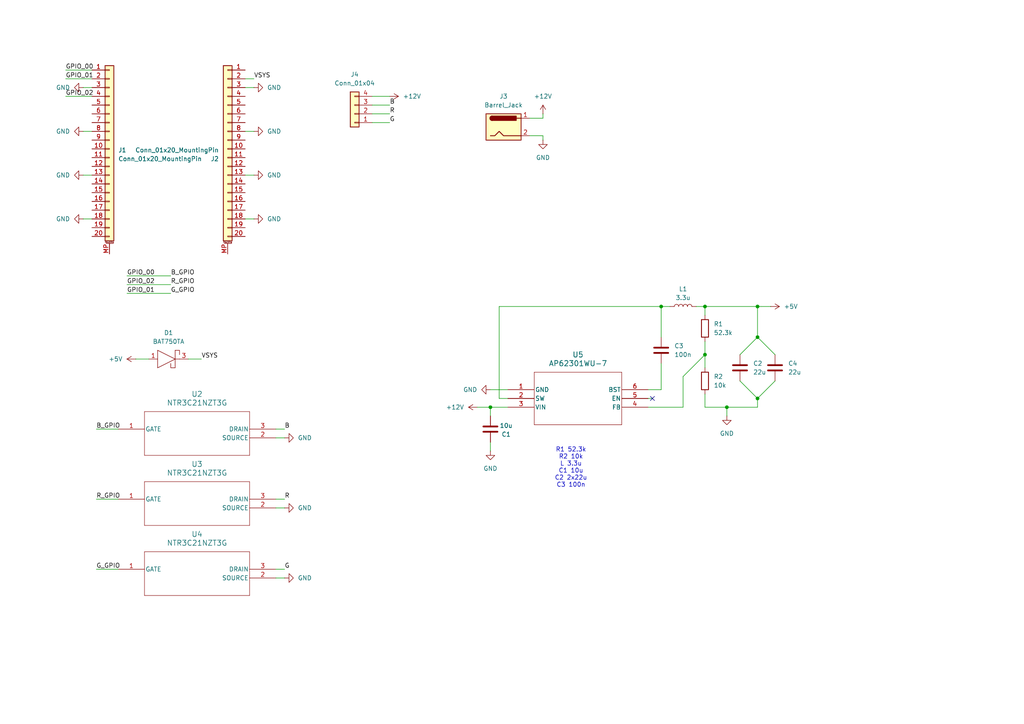
<source format=kicad_sch>
(kicad_sch (version 20250114) (generator "eeschema") (generator_version "9.0")
  (paper "A4")
  (lib_symbols
    (symbol "AP62301WU-7:AP62301WU-7" (pin_names (offset 0.254))
      (property "Reference" "U" (at 20.32 10.16 0))
      (property "Value" "AP62301WU-7" (at 20.32 7.62 0))
      (symbol "AP62301WU-7_0_1"
        (polyline (pts (xy 7.62 5.08) (xy 7.62 -10.16)) (stroke (width 0.127)))
        (polyline (pts (xy 7.62 -10.16) (xy 33.02 -10.16)) (stroke (width 0.127)))
        (polyline (pts (xy 33.02 5.08) (xy 7.62 5.08)) (stroke (width 0.127)))
        (polyline (pts (xy 33.02 -10.16) (xy 33.02 5.08)) (stroke (width 0.127)))
        (pin power_out line (at 0 0 0) (length 7.62) (name "GND") (number "1"))
        (pin output line (at 0 -2.54 0) (length 7.62) (name "SW") (number "2"))
        (pin power_in line (at 0 -5.08 0) (length 7.62) (name "VIN") (number "3"))
        (pin power_in line (at 40.64 0 180) (length 7.62) (name "BST") (number "6"))
        (pin input line (at 40.64 -2.54 180) (length 7.62) (name "EN") (number "5"))
        (pin input line (at 40.64 -5.08 180) (length 7.62) (name "FB") (number "4"))
      )
    )
    (symbol "BAT750TA:BAT750TA"
      (property "Reference" "D" (at 2.794 1.524 0))
      (property "Value" "BAT750TA" (at 2.794 -0.254 0))
      (symbol "BAT750TA_0_1"
        (polyline (pts (xy 0 -1.27) (xy 5.08 -3.81) (xy 0 -6.35)))
        (rectangle (start 0 -1.27) (end 0 -6.35))
        (polyline (pts (xy 5.08 -1.27) (xy 5.08 -6.35)))
        (polyline (pts (xy 5.08 -1.27) (xy 6.35 -1.27) (xy 6.35 -2.54)))
        (polyline (pts (xy 5.08 -6.35) (xy 3.81 -6.35) (xy 3.81 -5.08)))
        (polyline (pts (xy 6.35 -3.81) (xy 5.08 -3.81)))
      )
      (symbol "BAT750TA_1_1"
        (pin input line (at -2.54 -3.81 0) (length 2.54) (name "") (number "1"))
        (pin output line (at 8.89 -3.81 180) (length 2.54) (name "") (number "3"))
      )
    )
    (symbol "Connector:Barrel_Jack" (pin_names (offset 1.016))
      (property "Reference" "J" (at 0 5.334 0))
      (property "Value" "Barrel_Jack" (at 0 -5.08 0))
      (symbol "Barrel_Jack_0_1"
        (rectangle (start -5.08 3.81) (end 5.08 -3.81) (stroke (width 0.254)) (fill (type background)))
        (polyline (pts (xy -3.81 -2.54) (xy -2.54 -2.54) (xy -1.27 -1.27) (xy 0 -2.54) (xy 2.54 -2.54) (xy 5.08 -2.54)) (stroke (width 0.254)))
        (arc (start -3.302 1.905) (mid -3.9343 2.54) (end -3.302 3.175) (stroke (width 0.254)))
        (arc (start -3.302 1.905) (mid -3.9343 2.54) (end -3.302 3.175) (stroke (width 0.254)) (fill (type outline)))
        (rectangle (start 3.683 3.175) (end -3.302 1.905) (stroke (width 0.254)) (fill (type outline)))
        (polyline (pts (xy 5.08 2.54) (xy 3.81 2.54)) (stroke (width 0.254)))
      )
      (symbol "Barrel_Jack_1_1"
        (pin passive line (at 7.62 2.54 180) (length 2.54) (name "~") (number "1"))
        (pin passive line (at 7.62 -2.54 180) (length 2.54) (name "~") (number "2"))
      )
    )
    (symbol "Connector_Generic:Conn_01x04" (pin_names (offset 1.016) (hide yes))
      (property "Reference" "J" (at 0 5.08 0))
      (property "Value" "Conn_01x04" (at 0 -7.62 0))
      (symbol "Conn_01x04_1_1"
        (rectangle (start -1.27 3.81) (end 1.27 -6.35) (stroke (width 0.254)) (fill (type background)))
        (rectangle (start -1.27 2.667) (end 0 2.413) (stroke (width 0.1524)))
        (rectangle (start -1.27 0.127) (end 0 -0.127) (stroke (width 0.1524)))
        (rectangle (start -1.27 -2.413) (end 0 -2.667) (stroke (width 0.1524)))
        (rectangle (start -1.27 -4.953) (end 0 -5.207) (stroke (width 0.1524)))
        (pin passive line (at -5.08 2.54 0) (length 3.81) (name "Pin_1") (number "1"))
        (pin passive line (at -5.08 0 0) (length 3.81) (name "Pin_2") (number "2"))
        (pin passive line (at -5.08 -2.54 0) (length 3.81) (name "Pin_3") (number "3"))
        (pin passive line (at -5.08 -5.08 0) (length 3.81) (name "Pin_4") (number "4"))
      )
    )
    (symbol "Connector_Generic_MountingPin:Conn_01x20_MountingPin" (pin_names (offset 1.016) (hide yes))
      (property "Reference" "J" (at 0 25.4 0))
      (property "Value" "Conn_01x20_MountingPin" (at 1.27 -27.94 0))
      (symbol "Conn_01x20_MountingPin_1_1"
        (rectangle (start -1.27 24.13) (end 1.27 -26.67) (stroke (width 0.254)) (fill (type background)))
        (rectangle (start -1.27 22.987) (end 0 22.733) (stroke (width 0.1524)))
        (rectangle (start -1.27 20.447) (end 0 20.193) (stroke (width 0.1524)))
        (rectangle (start -1.27 17.907) (end 0 17.653) (stroke (width 0.1524)))
        (rectangle (start -1.27 15.367) (end 0 15.113) (stroke (width 0.1524)))
        (rectangle (start -1.27 12.827) (end 0 12.573) (stroke (width 0.1524)))
        (rectangle (start -1.27 10.287) (end 0 10.033) (stroke (width 0.1524)))
        (rectangle (start -1.27 7.747) (end 0 7.493) (stroke (width 0.1524)))
        (rectangle (start -1.27 5.207) (end 0 4.953) (stroke (width 0.1524)))
        (rectangle (start -1.27 2.667) (end 0 2.413) (stroke (width 0.1524)))
        (rectangle (start -1.27 0.127) (end 0 -0.127) (stroke (width 0.1524)))
        (rectangle (start -1.27 -2.413) (end 0 -2.667) (stroke (width 0.1524)))
        (rectangle (start -1.27 -4.953) (end 0 -5.207) (stroke (width 0.1524)))
        (rectangle (start -1.27 -7.493) (end 0 -7.747) (stroke (width 0.1524)))
        (rectangle (start -1.27 -10.033) (end 0 -10.287) (stroke (width 0.1524)))
        (rectangle (start -1.27 -12.573) (end 0 -12.827) (stroke (width 0.1524)))
        (rectangle (start -1.27 -15.113) (end 0 -15.367) (stroke (width 0.1524)))
        (rectangle (start -1.27 -17.653) (end 0 -17.907) (stroke (width 0.1524)))
        (rectangle (start -1.27 -20.193) (end 0 -20.447) (stroke (width 0.1524)))
        (rectangle (start -1.27 -22.733) (end 0 -22.987) (stroke (width 0.1524)))
        (rectangle (start -1.27 -25.273) (end 0 -25.527) (stroke (width 0.1524)))
        (polyline (pts (xy -1.016 -27.432) (xy 1.016 -27.432)) (stroke (width 0.1524)))
        (text "Mounting" (at 0 -27.051 0) (effects (font (size 0.381 0.381))))
        (pin passive line (at -5.08 22.86 0) (length 3.81) (name "Pin_1") (number "1"))
        (pin passive line (at -5.08 20.32 0) (length 3.81) (name "Pin_2") (number "2"))
        (pin passive line (at -5.08 17.78 0) (length 3.81) (name "Pin_3") (number "3"))
        (pin passive line (at -5.08 15.24 0) (length 3.81) (name "Pin_4") (number "4"))
        (pin passive line (at -5.08 12.7 0) (length 3.81) (name "Pin_5") (number "5"))
        (pin passive line (at -5.08 10.16 0) (length 3.81) (name "Pin_6") (number "6"))
        (pin passive line (at -5.08 7.62 0) (length 3.81) (name "Pin_7") (number "7"))
        (pin passive line (at -5.08 5.08 0) (length 3.81) (name "Pin_8") (number "8"))
        (pin passive line (at -5.08 2.54 0) (length 3.81) (name "Pin_9") (number "9"))
        (pin passive line (at -5.08 0 0) (length 3.81) (name "Pin_10") (number "10"))
        (pin passive line (at -5.08 -2.54 0) (length 3.81) (name "Pin_11") (number "11"))
        (pin passive line (at -5.08 -5.08 0) (length 3.81) (name "Pin_12") (number "12"))
        (pin passive line (at -5.08 -7.62 0) (length 3.81) (name "Pin_13") (number "13"))
        (pin passive line (at -5.08 -10.16 0) (length 3.81) (name "Pin_14") (number "14"))
        (pin passive line (at -5.08 -12.7 0) (length 3.81) (name "Pin_15") (number "15"))
        (pin passive line (at -5.08 -15.24 0) (length 3.81) (name "Pin_16") (number "16"))
        (pin passive line (at -5.08 -17.78 0) (length 3.81) (name "Pin_17") (number "17"))
        (pin passive line (at -5.08 -20.32 0) (length 3.81) (name "Pin_18") (number "18"))
        (pin passive line (at -5.08 -22.86 0) (length 3.81) (name "Pin_19") (number "19"))
        (pin passive line (at -5.08 -25.4 0) (length 3.81) (name "Pin_20") (number "20"))
        (pin passive line (at 0 -30.48 90) (length 3.048) (name "MountPin") (number "MP"))
      )
    )
    (symbol "Device:C" (pin_numbers (hide yes)) (pin_names (offset 0.254))
      (property "Reference" "C" (at 0.635 2.54 0))
      (property "Value" "C" (at 0.635 -2.54 0))
      (symbol "C_0_1"
        (polyline (pts (xy -2.032 0.762) (xy 2.032 0.762)) (stroke (width 0.508)))
        (polyline (pts (xy -2.032 -0.762) (xy 2.032 -0.762)) (stroke (width 0.508)))
      )
      (symbol "C_1_1"
        (pin passive line (at 0 3.81 270) (length 2.794) (name "~") (number "1"))
        (pin passive line (at 0 -3.81 90) (length 2.794) (name "~") (number "2"))
      )
    )
    (symbol "Device:L" (pin_numbers (hide yes)) (pin_names (offset 1.016) (hide yes))
      (property "Reference" "L" (at -1.27 0 90))
      (property "Value" "L" (at 1.905 0 90))
      (symbol "L_0_1"
        (arc (start 0 2.54) (mid 0.6323 1.905) (end 0 1.27))
        (arc (start 0 1.27) (mid 0.6323 0.635) (end 0 0))
        (arc (start 0 0) (mid 0.6323 -0.635) (end 0 -1.27))
        (arc (start 0 -1.27) (mid 0.6323 -1.905) (end 0 -2.54))
      )
      (symbol "L_1_1"
        (pin passive line (at 0 3.81 270) (length 1.27) (name "1") (number "1"))
        (pin passive line (at 0 -3.81 90) (length 1.27) (name "2") (number "2"))
      )
    )
    (symbol "Device:R" (pin_numbers (hide yes)) (pin_names (offset 0))
      (property "Reference" "R" (at 2.032 0 90))
      (property "Value" "R" (at 0 0 90))
      (symbol "R_0_1"
        (rectangle (start -1.016 -2.54) (end 1.016 2.54) (stroke (width 0.254)))
      )
      (symbol "R_1_1"
        (pin passive line (at 0 3.81 270) (length 1.27) (name "~") (number "1"))
        (pin passive line (at 0 -3.81 90) (length 1.27) (name "~") (number "2"))
      )
    )
    (symbol "NTR3C21NZT3G:NTR3C21NZT3G" (pin_names (offset 0.254))
      (property "Reference" "U" (at 22.86 10.16 0))
      (property "Value" "NTR3C21NZT3G" (at 22.86 7.62 0))
      (symbol "NTR3C21NZT3G_0_1"
        (polyline (pts (xy 7.62 5.08) (xy 7.62 -7.62)) (stroke (width 0.127)))
        (polyline (pts (xy 7.62 -7.62) (xy 38.1 -7.62)) (stroke (width 0.127)))
        (polyline (pts (xy 38.1 5.08) (xy 7.62 5.08)) (stroke (width 0.127)))
        (polyline (pts (xy 38.1 -7.62) (xy 38.1 5.08)) (stroke (width 0.127)))
        (pin unspecified line (at 0 0 0) (length 7.62) (name "GATE") (number "1"))
        (pin unspecified line (at 45.72 0 180) (length 7.62) (name "DRAIN") (number "3"))
        (pin unspecified line (at 45.72 -2.54 180) (length 7.62) (name "SOURCE") (number "2"))
      )
    )
    (symbol "power:+12V" (power) (pin_numbers (hide yes)) (pin_names (offset 0) (hide yes))
      (property "Value" "+12V" (at 0 3.556 0))
      (symbol "+12V_0_1"
        (polyline (pts (xy -0.762 1.27) (xy 0 2.54)))
        (polyline (pts (xy 0 2.54) (xy 0.762 1.27)))
        (polyline (pts (xy 0 0) (xy 0 2.54)))
      )
      (symbol "+12V_1_1"
        (pin power_in line (at 0 0 90) (length 0) (name "~") (number "1"))
      )
    )
    (symbol "power:+5V" (power) (pin_numbers (hide yes)) (pin_names (offset 0) (hide yes))
      (property "Value" "+5V" (at 0 3.556 0))
      (symbol "+5V_0_1"
        (polyline (pts (xy -0.762 1.27) (xy 0 2.54)))
        (polyline (pts (xy 0 2.54) (xy 0.762 1.27)))
        (polyline (pts (xy 0 0) (xy 0 2.54)))
      )
      (symbol "+5V_1_1"
        (pin power_in line (at 0 0 90) (length 0) (name "~") (number "1"))
      )
    )
    (symbol "power:GND" (power) (pin_numbers (hide yes)) (pin_names (offset 0) (hide yes))
      (property "Value" "GND" (at 0 -3.81 0))
      (symbol "GND_0_1"
        (polyline (pts (xy 0 0) (xy 0 -1.27) (xy 1.27 -1.27) (xy 0 -2.54) (xy -1.27 -1.27) (xy 0 -1.27)))
      )
      (symbol "GND_1_1"
        (pin power_in line (at 0 0 270) (length 0) (name "~") (number "1"))
      )
    )
  )
  (text "R1 52.3k\nR2 10k\nL 3.3u\nC1 10u\nC2 2x22u\nC3 100n" (at 165.608 135.636 0) (effects (font (size 1.27 1.27))))
  (junction (at 142.24 118.11))
  (junction (at 219.71 97.79))
  (junction (at 191.77 88.9))
  (junction (at 219.71 88.9))
  (junction (at 204.47 102.87))
  (junction (at 210.82 118.11))
  (junction (at 219.71 115.57))
  (junction (at 204.47 88.9))
  (no_connect (at 189.23 115.57))
  (wire (pts (xy 80.01 147.32) (xy 82.55 147.32)))
  (wire (pts (xy 107.95 27.94) (xy 113.03 27.94)))
  (wire (pts (xy 219.71 115.57) (xy 224.79 110.49)))
  (wire (pts (xy 36.83 82.55) (xy 49.53 82.55)))
  (wire (pts (xy 219.71 97.79) (xy 224.79 102.87)))
  (wire (pts (xy 187.96 118.11) (xy 198.12 118.11)))
  (wire (pts (xy 107.95 33.02) (xy 113.03 33.02)))
  (wire (pts (xy 204.47 118.11) (xy 210.82 118.11)))
  (wire (pts (xy 80.01 144.78) (xy 82.55 144.78)))
  (wire (pts (xy 107.95 30.48) (xy 113.03 30.48)))
  (wire (pts (xy 24.13 38.1) (xy 26.67 38.1)))
  (wire (pts (xy 142.24 118.11) (xy 147.32 118.11)))
  (wire (pts (xy 204.47 88.9) (xy 204.47 91.44)))
  (wire (pts (xy 54.61 104.14) (xy 58.42 104.14)))
  (wire (pts (xy 142.24 113.03) (xy 147.32 113.03)))
  (wire (pts (xy 144.78 115.57) (xy 147.32 115.57)))
  (wire (pts (xy 191.77 105.41) (xy 191.77 113.03)))
  (wire (pts (xy 198.12 118.11) (xy 198.12 109.22)))
  (wire (pts (xy 153.67 39.37) (xy 157.48 39.37)))
  (wire (pts (xy 24.13 25.4) (xy 26.67 25.4)))
  (wire (pts (xy 144.78 88.9) (xy 191.77 88.9)))
  (wire (pts (xy 24.13 63.5) (xy 26.67 63.5)))
  (wire (pts (xy 204.47 88.9) (xy 219.71 88.9)))
  (wire (pts (xy 107.95 35.56) (xy 113.03 35.56)))
  (wire (pts (xy 210.82 118.11) (xy 219.71 118.11)))
  (wire (pts (xy 71.12 63.5) (xy 73.66 63.5)))
  (wire (pts (xy 19.05 20.32) (xy 26.67 20.32)))
  (wire (pts (xy 71.12 38.1) (xy 73.66 38.1)))
  (wire (pts (xy 71.12 25.4) (xy 73.66 25.4)))
  (wire (pts (xy 24.13 50.8) (xy 26.67 50.8)))
  (wire (pts (xy 153.67 34.29) (xy 157.48 34.29)))
  (wire (pts (xy 80.01 165.1) (xy 82.55 165.1)))
  (wire (pts (xy 198.12 109.22) (xy 204.47 102.87)))
  (wire (pts (xy 27.94 124.46) (xy 34.29 124.46)))
  (wire (pts (xy 71.12 50.8) (xy 73.66 50.8)))
  (wire (pts (xy 39.37 104.14) (xy 43.18 104.14)))
  (wire (pts (xy 27.94 144.78) (xy 34.29 144.78)))
  (wire (pts (xy 27.94 165.1) (xy 34.29 165.1)))
  (wire (pts (xy 80.01 167.64) (xy 82.55 167.64)))
  (wire (pts (xy 189.23 115.57) (xy 187.96 115.57)))
  (wire (pts (xy 219.71 115.57) (xy 219.71 118.11)))
  (wire (pts (xy 219.71 97.79) (xy 214.63 102.87)))
  (wire (pts (xy 80.01 127) (xy 82.55 127)))
  (wire (pts (xy 80.01 124.46) (xy 82.55 124.46)))
  (wire (pts (xy 36.83 85.09) (xy 49.53 85.09)))
  (wire (pts (xy 19.05 27.94) (xy 26.67 27.94)))
  (wire (pts (xy 191.77 88.9) (xy 194.31 88.9)))
  (wire (pts (xy 210.82 118.11) (xy 210.82 120.65)))
  (wire (pts (xy 191.77 88.9) (xy 191.77 97.79)))
  (wire (pts (xy 138.43 118.11) (xy 142.24 118.11)))
  (wire (pts (xy 187.96 113.03) (xy 191.77 113.03)))
  (wire (pts (xy 142.24 118.11) (xy 142.24 120.65)))
  (wire (pts (xy 19.05 22.86) (xy 26.67 22.86)))
  (wire (pts (xy 157.48 33.02) (xy 157.48 34.29)))
  (wire (pts (xy 219.71 88.9) (xy 219.71 97.79)))
  (wire (pts (xy 204.47 102.87) (xy 204.47 106.68)))
  (wire (pts (xy 214.63 110.49) (xy 219.71 115.57)))
  (wire (pts (xy 204.47 114.3) (xy 204.47 118.11)))
  (wire (pts (xy 144.78 88.9) (xy 144.78 115.57)))
  (wire (pts (xy 142.24 128.27) (xy 142.24 130.81)))
  (wire (pts (xy 36.83 80.01) (xy 49.53 80.01)))
  (wire (pts (xy 71.12 22.86) (xy 73.66 22.86)))
  (wire (pts (xy 157.48 39.37) (xy 157.48 40.64)))
  (wire (pts (xy 204.47 99.06) (xy 204.47 102.87)))
  (wire (pts (xy 201.93 88.9) (xy 204.47 88.9)))
  (wire (pts (xy 219.71 88.9) (xy 223.52 88.9)))
  (label "G" (at 82.55 165.1 0))
  (label "G_GPIO" (at 27.94 165.1 0))
  (label "VSYS" (at 73.66 22.86 0))
  (label "GPIO_02" (at 19.05 27.94 0))
  (label "R_GPIO" (at 49.53 82.55 0))
  (label "B_GPIO" (at 27.94 124.46 0))
  (label "B_GPIO" (at 49.53 80.01 0))
  (label "R" (at 82.55 144.78 0))
  (label "G_GPIO" (at 49.53 85.09 0))
  (label "GPIO_02" (at 36.83 82.55 0))
  (label "GPIO_00" (at 19.05 20.32 0))
  (label "GPIO_01" (at 19.05 22.86 0))
  (label "R_GPIO" (at 27.94 144.78 0))
  (label "G" (at 113.03 35.56 0))
  (label "R" (at 113.03 33.02 0))
  (label "B" (at 113.03 30.48 0))
  (label "B" (at 82.55 124.46 0))
  (label "GPIO_00" (at 36.83 80.01 0))
  (label "VSYS" (at 58.42 104.14 0))
  (label "GPIO_01" (at 36.83 85.09 0))
  (symbol (lib_id "power:GND") (at 142.24 113.03 270) (unit 1)
    (property "Reference" "#PWR019" (effects (hide yes)))
    (property "Value" "GND" (at 138.43 113.0299 90) (effects (justify right)))
    (property "Description" "Power symbol creates a global label with name \"GND\" , ground" (effects (hide yes)))
  )
  (symbol (lib_id "Device:R") (at 204.47 110.49 0) (unit 1)
    (property "Reference" "R2" (at 207.01 109.2199 0) (effects (justify left)))
    (property "Value" "10k" (at 207.01 111.7599 0) (effects (justify left)))
    (property "Footprint" "Resistor_SMD:R_1206_3216Metric" (effects (hide yes)))
    (property "Datasheet" "SFR18EZPJ103" (effects (hide yes)))
    (property "Description" "Resistor" (effects (hide yes)))
  )
  (symbol (lib_id "power:GND") (at 157.48 40.64 0) (unit 1)
    (property "Reference" "#PWR02" (effects (hide yes)))
    (property "Value" "GND" (at 157.48 45.72 0))
    (property "Description" "Power symbol creates a global label with name \"GND\" , ground" (effects (hide yes)))
  )
  (symbol (lib_id "NTR3C21NZT3G:NTR3C21NZT3G") (at 34.29 144.78 0) (unit 1)
    (property "Reference" "U3" (at 57.15 134.62 0) (effects (font (size 1.524 1.524))))
    (property "Value" "NTR3C21NZT3G" (at 57.15 137.16 0) (effects (font (size 1.524 1.524))))
    (property "Footprint" "Package_TO_SOT_SMD:SOT-23-3" (effects (hide yes)))
    (property "Datasheet" "NTR3C21NZT3G" (effects (hide yes)))
  )
  (symbol (lib_id "power:GND") (at 142.24 130.81 0) (unit 1)
    (property "Reference" "#PWR04" (effects (hide yes)))
    (property "Value" "GND" (at 142.24 135.89 0))
    (property "Description" "Power symbol creates a global label with name \"GND\" , ground" (effects (hide yes)))
  )
  (symbol (lib_id "power:GND") (at 24.13 25.4 270) (unit 1)
    (property "Reference" "#PWR011" (effects (hide yes)))
    (property "Value" "GND" (at 20.32 25.3999 90) (effects (justify right)))
    (property "Description" "Power symbol creates a global label with name \"GND\" , ground" (effects (hide yes)))
  )
  (symbol (lib_id "power:GND") (at 82.55 147.32 90) (unit 1)
    (property "Reference" "#PWR017" (effects (hide yes)))
    (property "Value" "GND" (at 86.36 147.3199 90) (effects (justify right)))
    (property "Description" "Power symbol creates a global label with name \"GND\" , ground" (effects (hide yes)))
  )
  (symbol (lib_id "power:+12V") (at 157.48 33.02 0) (unit 1)
    (property "Reference" "#PWR01" (effects (hide yes)))
    (property "Value" "+12V" (at 157.48 27.94 0))
    (property "Description" "Power symbol creates a global label with name \"+12V\"" (effects (hide yes)))
  )
  (symbol (lib_id "power:+5V") (at 223.52 88.9 270) (unit 1)
    (property "Reference" "#PWR03" (effects (hide yes)))
    (property "Value" "+5V" (at 227.33 88.8999 90) (effects (justify left)))
    (property "Description" "Power symbol creates a global label with name \"+5V\"" (effects (hide yes)))
  )
  (symbol (lib_id "Device:C") (at 214.63 106.68 180) (unit 1)
    (property "Reference" "C2" (at 218.44 105.4099 0) (effects (justify right)))
    (property "Value" "22u" (at 218.44 107.9499 0) (effects (justify right)))
    (property "Footprint" "Capacitor_SMD:C_1206_3216Metric" (effects (hide yes)))
    (property "Datasheet" "CL31A226KAHNNNE" (effects (hide yes)))
    (property "Description" "Unpolarized capacitor" (effects (hide yes)))
  )
  (symbol (lib_id "Connector_Generic:Conn_01x04") (at 102.87 33.02 180) (unit 1)
    (property "Reference" "J4" (at 102.87 21.59 0))
    (property "Value" "Conn_01x04" (at 102.87 24.13 0))
    (property "Footprint" "Connector_Wire:SolderWire-0.1sqmm_1x04_P3.6mm_D0.4mm_OD1mm" (effects (hide yes)))
    (property "Description" "Generic connector, single row, 01x04, script generated (kicad-library-utils/schlib/autogen/connector/)" (effects (hide yes)))
  )
  (symbol (lib_id "power:GND") (at 82.55 127 90) (unit 1)
    (property "Reference" "#PWR016" (effects (hide yes)))
    (property "Value" "GND" (at 86.36 126.9999 90) (effects (justify right)))
    (property "Description" "Power symbol creates a global label with name \"GND\" , ground" (effects (hide yes)))
  )
  (symbol (lib_id "Device:C") (at 224.79 106.68 180) (unit 1)
    (property "Reference" "C4" (at 228.6 105.4099 0) (effects (justify right)))
    (property "Value" "22u" (at 228.6 107.9499 0) (effects (justify right)))
    (property "Footprint" "Capacitor_SMD:C_1206_3216Metric" (effects (hide yes)))
    (property "Datasheet" "CL31A226KAHNNNE" (effects (hide yes)))
    (property "Description" "Unpolarized capacitor" (effects (hide yes)))
  )
  (symbol (lib_id "power:+12V") (at 138.43 118.11 90) (unit 1)
    (property "Reference" "#PWR05" (effects (hide yes)))
    (property "Value" "+12V" (at 134.62 118.1099 90) (effects (justify left)))
    (property "Description" "Power symbol creates a global label with name \"+12V\"" (effects (hide yes)))
  )
  (symbol (lib_id "Device:L") (at 198.12 88.9 90) (unit 1)
    (property "Reference" "L1" (at 198.12 83.82 90))
    (property "Value" "3.3u" (at 198.12 86.36 90))
    (property "Footprint" "NTR3C21NZT3G:IND_EPCOS_B82432T_EPC" (effects (hide yes)))
    (property "Description" "Inductor" (effects (hide yes)))
  )
  (symbol (lib_id "power:GND") (at 73.66 25.4 90) (unit 1)
    (property "Reference" "#PWR06" (effects (hide yes)))
    (property "Value" "GND" (at 77.47 25.3999 90) (effects (justify right)))
    (property "Description" "Power symbol creates a global label with name \"GND\" , ground" (effects (hide yes)))
  )
  (symbol (lib_id "Device:R") (at 204.47 95.25 180) (unit 1)
    (property "Reference" "R1" (at 207.01 93.9799 0) (effects (justify right)))
    (property "Value" "52.3k" (at 207.01 96.5199 0) (effects (justify right)))
    (property "Footprint" "Resistor_SMD:R_0805_2012Metric" (effects (hide yes)))
    (property "Datasheet" "ERA-6AED5232V" (effects (hide yes)))
    (property "Description" "Resistor" (effects (hide yes)))
  )
  (symbol (lib_id "NTR3C21NZT3G:NTR3C21NZT3G") (at 34.29 165.1 0) (unit 1)
    (property "Reference" "U4" (at 57.15 154.94 0) (effects (font (size 1.524 1.524))))
    (property "Value" "NTR3C21NZT3G" (at 57.15 157.48 0) (effects (font (size 1.524 1.524))))
    (property "Footprint" "Package_TO_SOT_SMD:SOT-23-3" (effects (hide yes)))
    (property "Datasheet" "NTR3C21NZT3G" (effects (hide yes)))
  )
  (symbol (lib_id "Connector_Generic_MountingPin:Conn_01x20_MountingPin") (at 31.75 43.18 0) (unit 1)
    (property "Reference" "J1" (at 34.29 43.5355 0) (effects (justify left)))
    (property "Value" "Conn_01x20_MountingPin" (at 34.29 46.0755 0) (effects (justify left)))
    (property "Footprint" "Connector_PinSocket_2.54mm:PinSocket_1x20_P2.54mm_Vertical" (effects (hide yes)))
    (property "Datasheet" "710-61302011821" (effects (hide yes)))
    (property "Description" "Generic connectable mounting pin connector, single row, 01x20, script generated (kicad-library-utils/schlib/autogen/connector/)" (effects (hide yes)))
  )
  (symbol (lib_id "power:+5V") (at 39.37 104.14 90) (unit 1)
    (property "Reference" "#PWR07" (effects (hide yes)))
    (property "Value" "+5V" (at 35.56 104.1399 90) (effects (justify left)))
    (property "Description" "Power symbol creates a global label with name \"+5V\"" (effects (hide yes)))
  )
  (symbol (lib_id "power:+12V") (at 113.03 27.94 270) (unit 1)
    (property "Reference" "#PWR015" (effects (hide yes)))
    (property "Value" "+12V" (at 116.84 27.9399 90) (effects (justify left)))
    (property "Description" "Power symbol creates a global label with name \"+12V\"" (effects (hide yes)))
  )
  (symbol (lib_id "Device:C") (at 142.24 124.46 0) (unit 1)
    (property "Reference" "C1" (at 146.812 125.984 0))
    (property "Value" "10u" (at 146.812 123.444 0))
    (property "Footprint" "Capacitor_SMD:C_0805_2012Metric" (effects (hide yes)))
    (property "Datasheet" "08056D106KAT2A" (effects (hide yes)))
    (property "Description" "Unpolarized capacitor" (effects (hide yes)))
  )
  (symbol (lib_id "power:GND") (at 73.66 38.1 90) (unit 1)
    (property "Reference" "#PWR010" (effects (hide yes)))
    (property "Value" "GND" (at 77.47 38.0999 90) (effects (justify right)))
    (property "Description" "Power symbol creates a global label with name \"GND\" , ground" (effects (hide yes)))
  )
  (symbol (lib_id "power:GND") (at 210.82 120.65 0) (unit 1)
    (property "Reference" "#PWR020" (effects (hide yes)))
    (property "Value" "GND" (at 210.82 125.73 0))
    (property "Description" "Power symbol creates a global label with name \"GND\" , ground" (effects (hide yes)))
  )
  (symbol (lib_id "NTR3C21NZT3G:NTR3C21NZT3G") (at 34.29 124.46 0) (unit 1)
    (property "Reference" "U2" (at 57.15 114.3 0) (effects (font (size 1.524 1.524))))
    (property "Value" "NTR3C21NZT3G" (at 57.15 116.84 0) (effects (font (size 1.524 1.524))))
    (property "Footprint" "Package_TO_SOT_SMD:SOT-23-3" (effects (hide yes)))
    (property "Datasheet" "NTR3C21NZT3G" (effects (hide yes)))
  )
  (symbol (lib_id "power:GND") (at 82.55 167.64 90) (unit 1)
    (property "Reference" "#PWR018" (effects (hide yes)))
    (property "Value" "GND" (at 86.36 167.6399 90) (effects (justify right)))
    (property "Description" "Power symbol creates a global label with name \"GND\" , ground" (effects (hide yes)))
  )
  (symbol (lib_id "Connector:Barrel_Jack") (at 146.05 36.83 0) (unit 1)
    (property "Reference" "J3" (at 146.05 27.94 0))
    (property "Value" "Barrel_Jack" (at 146.05 30.48 0))
    (property "Footprint" "Connector_BarrelJack:BarrelJack_CUI_PJ-063AH_Horizontal" (effects (hide yes)))
    (property "Description" "DC Barrel Jack" (effects (hide yes)))
  )
  (symbol (lib_id "power:GND") (at 73.66 50.8 90) (unit 1)
    (property "Reference" "#PWR09" (effects (hide yes)))
    (property "Value" "GND" (at 77.47 50.7999 90) (effects (justify right)))
    (property "Description" "Power symbol creates a global label with name \"GND\" , ground" (effects (hide yes)))
  )
  (symbol (lib_id "power:GND") (at 73.66 63.5 90) (unit 1)
    (property "Reference" "#PWR08" (effects (hide yes)))
    (property "Value" "GND" (at 77.47 63.4999 90) (effects (justify right)))
    (property "Description" "Power symbol creates a global label with name \"GND\" , ground" (effects (hide yes)))
  )
  (symbol (lib_id "BAT750TA:BAT750TA") (at 45.72 100.33 0) (unit 1)
    (property "Reference" "D1" (at 48.895 96.52 0))
    (property "Value" "BAT750TA" (at 48.895 99.06 0))
    (property "Footprint" "Package_TO_SOT_SMD:TSOT-23" (effects (hide yes)))
  )
  (symbol (lib_id "AP62301WU-7:AP62301WU-7") (at 147.32 113.03 0) (unit 1)
    (property "Reference" "U5" (at 167.64 102.87 0) (effects (font (size 1.524 1.524))))
    (property "Value" "AP62301WU-7" (at 167.64 105.41 0) (effects (font (size 1.524 1.524))))
    (property "Footprint" "NTR3C21NZT3G:TSOT26STANDARD_DIO" (effects (hide yes)))
    (property "Datasheet" "AP62301WU-7" (effects (hide yes)))
  )
  (symbol (lib_id "Device:C") (at 191.77 101.6 0) (unit 1)
    (property "Reference" "C3" (at 195.58 100.3299 0) (effects (justify left)))
    (property "Value" "100n" (at 195.58 102.8699 0) (effects (justify left)))
    (property "Footprint" "Capacitor_SMD:C_0805_2012Metric" (effects (hide yes)))
    (property "Datasheet" "KGM21NR71H104KT" (effects (hide yes)))
    (property "Description" "Unpolarized capacitor" (effects (hide yes)))
  )
  (symbol (lib_id "Connector_Generic_MountingPin:Conn_01x20_MountingPin") (at 66.04 43.18 0) (mirror y) (unit 1)
    (property "Reference" "J2" (at 63.5 46.0757 0) (effects (justify left)))
    (property "Value" "Conn_01x20_MountingPin" (at 63.5 43.5357 0) (effects (justify left)))
    (property "Footprint" "Connector_PinSocket_2.54mm:PinSocket_1x20_P2.54mm_Vertical" (effects (hide yes)))
    (property "Datasheet" "710-61302011821" (effects (hide yes)))
    (property "Description" "Generic connectable mounting pin connector, single row, 01x20, script generated (kicad-library-utils/schlib/autogen/connector/)" (effects (hide yes)))
  )
  (symbol (lib_id "power:GND") (at 24.13 63.5 270) (unit 1)
    (property "Reference" "#PWR014" (effects (hide yes)))
    (property "Value" "GND" (at 20.32 63.4999 90) (effects (justify right)))
    (property "Description" "Power symbol creates a global label with name \"GND\" , ground" (effects (hide yes)))
  )
  (symbol (lib_id "power:GND") (at 24.13 50.8 270) (unit 1)
    (property "Reference" "#PWR013" (effects (hide yes)))
    (property "Value" "GND" (at 20.32 50.7999 90) (effects (justify right)))
    (property "Description" "Power symbol creates a global label with name \"GND\" , ground" (effects (hide yes)))
  )
  (symbol (lib_id "power:GND") (at 24.13 38.1 270) (unit 1)
    (property "Reference" "#PWR012" (effects (hide yes)))
    (property "Value" "GND" (at 20.32 38.0999 90) (effects (justify right)))
    (property "Description" "Power symbol creates a global label with name \"GND\" , ground" (effects (hide yes)))
  )
)
</source>
